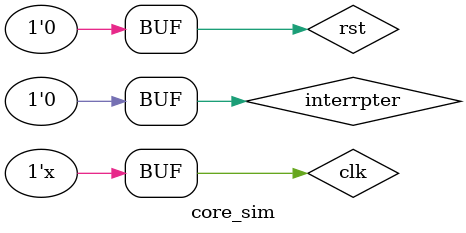
<source format=v>
`timescale 1ns / 1ps

module core_sim;
    reg clk, rst;
    reg interrpter;

    RV32core core(
        .debug_en(1'b0),
        .debug_step(1'b0),
        .debug_addr(7'b0),
        .debug_data(),
        .clk(clk),
        .rst(rst),
        .interrupter(interrpter)
    );

    initial begin
        clk = 0;
        rst = 1;
        interrpter = 0;
        #2 rst = 0;
    end
    always #1 clk = ~clk;
    initial begin
        #302 interrpter = 1;
        #4 interrpter = 0;
    end

endmodule
</source>
